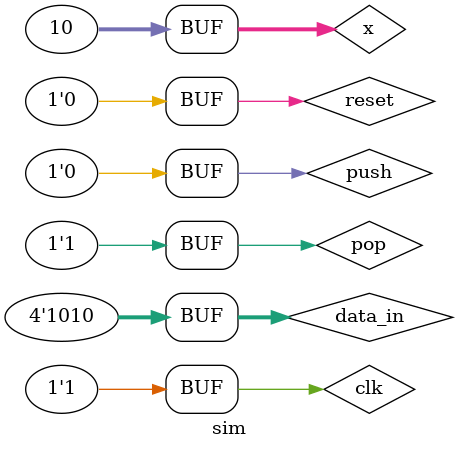
<source format=v>
`timescale 1ns / 1ps

module sim();
    reg clk;
    reg reset;
    reg push;
    reg pop;
    reg [3:0] data_in;
    wire [3:0] data_out;
    wire full;
    wire empty;
    // to use in for loop
    integer x;
    // clock generator
    always begin
        clk = 0;
        #5
        clk = 1;
        #5;
    end

    initial begin
        // setup
        reset = 1;
        push = 0;
        pop = 0;
        data_in = 0;
        #10
        reset = 0;
        // idle
        #20
        // push 3 to 10 to fill the module and test for idling at full
        for (x=3; x<14; x=x+1) begin
            #10
            push = 1;
            data_in <= x;
        end
        // idle for a while to check behavior
        #20
        // turn off push, enable pop
        push = 0;
        pop = 1;
        // now that we see input does not affect pop
        // disable input to reduce distraction
        #40
        data_in = 0;
        // keep waiting until everything is popped and a bit more to check behavior
        # 60
        // fill it again
        pop = 0;
        for (x=2; x<10; x=x+1) begin
            #10
            push = 1;
            data_in <= x;
        end
        // change input to something very different
        #10
        data_in = 15;
        // stop pushing, pop two values
        push = 0;
        pop = 1;
        #20
        // push and pop at the same time
        push = 1;
        // wait three cycles
        #30
        // should not get full signal
        // turn off push, resume pop
        push = 0;
        // wait 4 cycles
        #40
        // reset the module
        reset = 1;
        #10
        // now push two and pop three
        reset = 0;
        push = 1;
        pop = 0;
        #10
        data_in = 10;
        #10
        push = 0;
        pop = 1;
        
//        #30
//          #20
//        pop = 1;
//        #40;
    end
    Stack_8x4 S (
        .clk(clk),
        .push(push),
        .pop(pop),
        .reset(reset),
        .data_in(data_in),
        .data_out(data_out),
        .full(full),
        .empty(empty)
    );
endmodule

</source>
